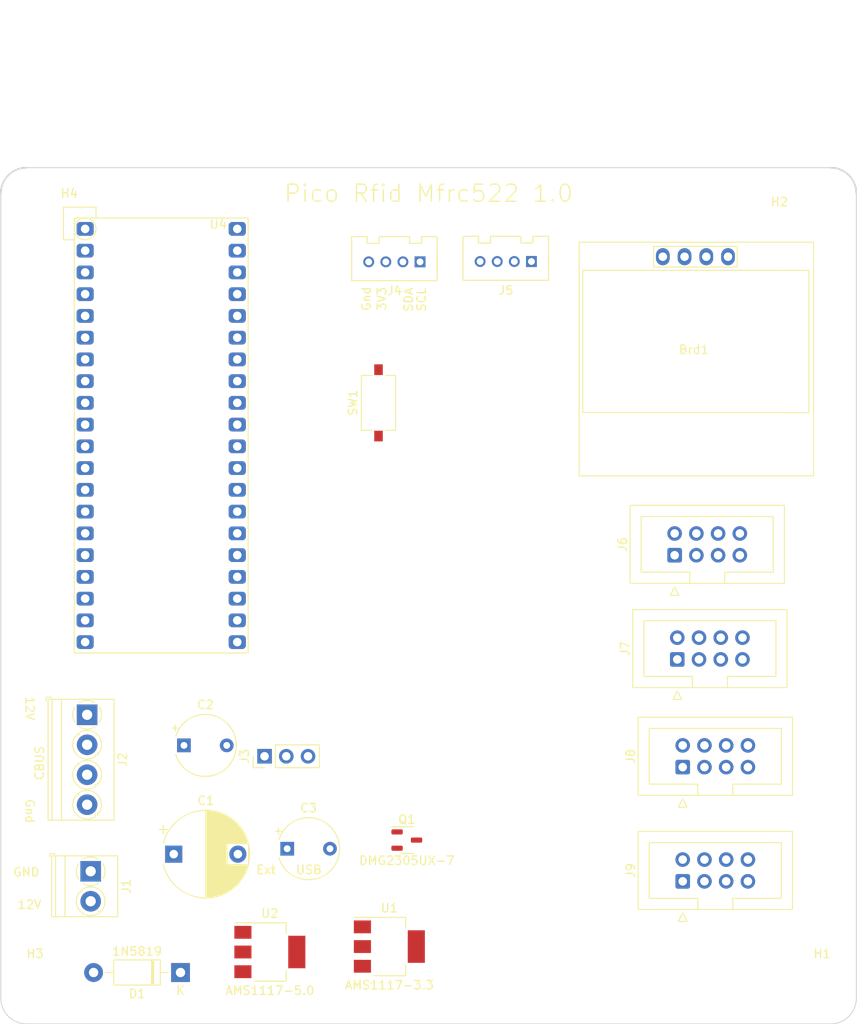
<source format=kicad_pcb>
(kicad_pcb (version 20221018) (generator pcbnew)
  (layers (0 "F.Cu" signal) (31 "B.Cu" signal) (34 "B.Paste" user) (35 "F.Paste" user) (36 "B.SilkS" user "B.Silkscreen") (37 "F.SilkS" user "F.Silkscreen") (38 "B.Mask" user) (39 "F.Mask" user) (44 "Edge.Cuts" user))
  (net 0 "")
  (net 1 "/5Vopt")
  (net 2 "/3V3")
  (net 3 "GND")
  (net 4 "/12V")
  (net 5 "/5V")
  (net 6 "Net-(D1-A)")
  (net 7 "/VBUS")
  (net 8 "/SDA")
  (net 9 "/SCL")
  (net 10 "/VSYS")
  (net 13 "/SCK")
  (net 14 "/MOSI")
  (net 15 "/MISO")
  (net 16 "/IRQ")
  (net 17 "/RST")
  (net 18 "/CSA")
  (net 19 "/CSB")
  (net 20 "/CSC")
  (net 21 "/CSD")
  (net 22 "Net-(U4-RUN)")
  (footprint "MountingHole:MountingHole_3.2mm_M3" (layer "F.Cu") (at 104 146)
    (fp_text reference "H3" (at 0 -4.2) (layer "F.SilkS"))
    (fp_text value "MountingHole" hide)
    (pad "" np_thru_hole circle (at 0 0) (size 3.2 3.2) (drill 3.2) (layers "*.Cu" "*.Mask"))
  )
  (footprint "PicoNoSwd:RaspberryPico_TH_NoSWD" (layer "F.Cu") (at 109.855 57.15)
    (fp_text reference "U4" (at 15.5575 -0.508 -180) (layer "F.SilkS"))
    (fp_text value "Pico_RaspberryPico")
    (pad "1" thru_hole roundrect (at 0 0) (size 2 1.6) (drill 1) (layers "*.Cu" "*.Mask"))
    (pad "2" thru_hole roundrect (at 0 2.54) (size 2 1.6) (drill 1) (layers "*.Cu" "*.Mask"))
    (pad "3" thru_hole roundrect (at 0 5.08) (size 2 1.6) (drill 1) (layers "*.Cu" "*.Mask") (net 3 "GND"))
    (pad "4" thru_hole roundrect (at 0 7.62) (size 2 1.6) (drill 1) (layers "*.Cu" "*.Mask"))
    (pad "5" thru_hole roundrect (at 0 10.16) (size 2 1.6) (drill 1) (layers "*.Cu" "*.Mask"))
    (pad "6" thru_hole roundrect (at 0 12.7) (size 2 1.6) (drill 1) (layers "*.Cu" "*.Mask") (net 8 "/SDA"))
    (pad "7" thru_hole roundrect (at 0 15.24) (size 2 1.6) (drill 1) (layers "*.Cu" "*.Mask") (net 9 "/SCL"))
    (pad "8" thru_hole roundrect (at 0 17.78) (size 2 1.6) (drill 1) (layers "*.Cu" "*.Mask"))
    (pad "9" thru_hole roundrect (at 0 20.32) (size 2 1.6) (drill 1) (layers "*.Cu" "*.Mask"))
    (pad "10" thru_hole roundrect (at 0 22.86) (size 2 1.6) (drill 1) (layers "*.Cu" "*.Mask"))
    (pad "11" thru_hole roundrect (at 0 25.4) (size 2 1.6) (drill 1) (layers "*.Cu" "*.Mask") (net 19 "/CSB"))
    (pad "12" thru_hole roundrect (at 0 27.94) (size 2 1.6) (drill 1) (layers "*.Cu" "*.Mask") (net 20 "/CSC"))
    (pad "13" thru_hole roundrect (at 0 30.48) (size 2 1.6) (drill 1) (layers "*.Cu" "*.Mask"))
    (pad "14" thru_hole roundrect (at 0 33.02) (size 2 1.6) (drill 1) (layers "*.Cu" "*.Mask") (net 21 "/CSD"))
    (pad "15" thru_hole roundrect (at 0 35.56) (size 2 1.6) (drill 1) (layers "*.Cu" "*.Mask"))
    (pad "16" thru_hole roundrect (at 0 38.1) (size 2 1.6) (drill 1) (layers "*.Cu" "*.Mask"))
    (pad "17" thru_hole roundrect (at 0 40.64) (size 2 1.6) (drill 1) (layers "*.Cu" "*.Mask"))
    (pad "18" thru_hole roundrect (at 0 43.18) (size 2 1.6) (drill 1) (layers "*.Cu" "*.Mask"))
    (pad "19" thru_hole roundrect (at 0 45.72) (size 2 1.6) (drill 1) (layers "*.Cu" "*.Mask"))
    (pad "20" thru_hole roundrect (at 0 48.26) (size 2 1.6) (drill 1) (layers "*.Cu" "*.Mask"))
    (pad "21" thru_hole roundrect (at 17.78 48.26) (size 2 1.6) (drill 1) (layers "*.Cu" "*.Mask") (net 14 "/MOSI"))
    (pad "22" thru_hole roundrect (at 17.78 45.72) (size 2 1.6) (drill 1) (layers "*.Cu" "*.Mask") (net 13 "/SCK"))
    (pad "23" thru_hole roundrect (at 17.78 43.18) (size 2 1.6) (drill 1) (layers "*.Cu" "*.Mask"))
    (pad "24" thru_hole roundrect (at 17.78 40.64) (size 2 1.6) (drill 1) (layers "*.Cu" "*.Mask") (net 18 "/CSA"))
    (pad "25" thru_hole roundrect (at 17.78 38.1) (size 2 1.6) (drill 1) (layers "*.Cu" "*.Mask") (net 15 "/MISO"))
    (pad "26" thru_hole roundrect (at 17.78 35.56) (size 2 1.6) (drill 1) (layers "*.Cu" "*.Mask") (net 17 "/RST"))
    (pad "27" thru_hole roundrect (at 17.78 33.02) (size 2 1.6) (drill 1) (layers "*.Cu" "*.Mask"))
    (pad "28" thru_hole roundrect (at 17.78 30.48) (size 2 1.6) (drill 1) (layers "*.Cu" "*.Mask"))
    (pad "29" thru_hole roundrect (at 17.78 27.94) (size 2 1.6) (drill 1) (layers "*.Cu" "*.Mask"))
    (pad "30" thru_hole roundrect (at 17.78 25.4) (size 2 1.6) (drill 1) (layers "*.Cu" "*.Mask") (net 22 "Net-(U4-RUN)"))
    (pad "31" thru_hole roundrect (at 17.78 22.86) (size 2 1.6) (drill 1) (layers "*.Cu" "*.Mask"))
    (pad "32" thru_hole roundrect (at 17.78 20.32) (size 2 1.6) (drill 1) (layers "*.Cu" "*.Mask"))
    (pad "33" thru_hole roundrect (at 17.78 17.78) (size 2 1.6) (drill 1) (layers "*.Cu" "*.Mask"))
    (pad "34" thru_hole roundrect (at 17.78 15.24) (size 2 1.6) (drill 1) (layers "*.Cu" "*.Mask"))
    (pad "35" thru_hole roundrect (at 17.78 12.7) (size 2 1.6) (drill 1) (layers "*.Cu" "*.Mask"))
    (pad "36" thru_hole roundrect (at 17.78 10.16) (size 2 1.6) (drill 1) (layers "*.Cu" "*.Mask"))
    (pad "37" thru_hole roundrect (at 17.78 7.62) (size 2 1.6) (drill 1) (layers "*.Cu" "*.Mask"))
    (pad "38" thru_hole roundrect (at 17.78 5.08) (size 2 1.6) (drill 1) (layers "*.Cu" "*.Mask"))
    (pad "39" thru_hole roundrect (at 17.78 2.54) (size 2 1.6) (drill 1) (layers "*.Cu" "*.Mask") (net 10 "/VSYS"))
    (pad "40" thru_hole roundrect (at 17.78 0) (size 2 1.6) (drill 1) (layers "*.Cu" "*.Mask") (net 7 "/VBUS"))
  )
  (footprint "Connector_IDC:IDC-Header_2x04_P2.54mm_Vertical" (layer "F.Cu") (at 179.705 133.35 90)
    (fp_text reference "J9" (at 1.27 -6.1 90) (layer "F.SilkS"))
    (fp_text value "IDC_D")
    (pad "1" thru_hole roundrect (at 0 0 90) (size 1.7 1.7) (drill 1) (layers "*.Cu" "*.Mask") (roundrect_rratio 0.147059) (net 21 "/CSD"))
    (pad "2" thru_hole circle (at 2.54 0 90) (size 1.7 1.7) (drill 1) (layers "*.Cu" "*.Mask") (net 13 "/SCK"))
    (pad "3" thru_hole circle (at 0 2.54 90) (size 1.7 1.7) (drill 1) (layers "*.Cu" "*.Mask") (net 14 "/MOSI"))
    (pad "4" thru_hole circle (at 2.54 2.54 90) (size 1.7 1.7) (drill 1) (layers "*.Cu" "*.Mask") (net 15 "/MISO"))
    (pad "5" thru_hole circle (at 0 5.08 90) (size 1.7 1.7) (drill 1) (layers "*.Cu" "*.Mask") (net 16 "/IRQ"))
    (pad "6" thru_hole circle (at 2.54 5.08 90) (size 1.7 1.7) (drill 1) (layers "*.Cu" "*.Mask") (net 3 "GND"))
    (pad "7" thru_hole circle (at 0 7.62 90) (size 1.7 1.7) (drill 1) (layers "*.Cu" "*.Mask") (net 17 "/RST"))
    (pad "8" thru_hole circle (at 2.54 7.62 90) (size 1.7 1.7) (drill 1) (layers "*.Cu" "*.Mask") (net 2 "/3V3"))
  )
  (footprint "Connector_PinHeader_2.54mm:PinHeader_1x03_P2.54mm_Vertical" (layer "F.Cu") (at 130.825 118.745 90)
    (fp_text reference "J3" (at 0 -2.33 90) (layer "F.SilkS"))
    (fp_text value "5V select")
    (pad "1" thru_hole rect (at 0 0 90) (size 1.7 1.7) (drill 1) (layers "*.Cu" "*.Mask") (net 5 "/5V"))
    (pad "2" thru_hole oval (at 0 2.54 90) (size 1.7 1.7) (drill 1) (layers "*.Cu" "*.Mask") (net 1 "/5Vopt"))
    (pad "3" thru_hole oval (at 0 5.08 90) (size 1.7 1.7) (drill 1) (layers "*.Cu" "*.Mask") (net 7 "/VBUS"))
  )
  (footprint "Package_TO_SOT_SMD:SOT-23-3" (layer "F.Cu") (at 147.4531 128.5327)
    (fp_text reference "Q1" (at 0 -2.4) (layer "F.SilkS"))
    (fp_text value "DMG2305UX-7" (at 0 2.4) (layer "F.SilkS"))
    (pad "1" smd roundrect (at -1.1375 -0.95) (size 1.325 0.6) (layers "F.Cu" "F.Paste" "F.Mask") (net 7 "/VBUS"))
    (pad "2" smd roundrect (at -1.1375 0.95) (size 1.325 0.6) (layers "F.Cu" "F.Paste" "F.Mask") (net 10 "/VSYS"))
    (pad "3" smd roundrect (at 1.1375 0) (size 1.325 0.6) (layers "F.Cu" "F.Paste" "F.Mask") (net 5 "/5V"))
  )
  (footprint "Diode_THT:D_DO-41_SOD81_P10.16mm_Horizontal" (layer "F.Cu") (at 121 144 180)
    (fp_text reference "D1" (at 5.08 -2.47) (layer "F.SilkS"))
    (fp_text value "1N5819" (at 5.08 2.47) (layer "F.SilkS"))
    (fp_text user "K" (at 0 -2.1) (layer "F.SilkS"))
    (pad "1" thru_hole rect (at 0 0 180) (size 2.2 2.2) (drill 1.1) (layers "*.Cu" "*.Mask") (net 4 "/12V"))
    (pad "2" thru_hole oval (at 10.16 0 180) (size 2.2 2.2) (drill 1.1) (layers "*.Cu" "*.Mask") (net 6 "Net-(D1-A)"))
  )
  (footprint "Package_TO_SOT_SMD:SOT-223-3_TabPin2" (layer "F.Cu") (at 131.445 141.605)
    (fp_text reference "U2" (at 0 -4.5) (layer "F.SilkS"))
    (fp_text value "AMS1117-5.0" (at 0 4.5) (layer "F.SilkS"))
    (pad "1" smd rect (at -3.15 -2.3) (size 2 1.5) (layers "F.Cu" "F.Paste" "F.Mask") (net 3 "GND"))
    (pad "2" smd rect (at -3.15 0) (size 2 1.5) (layers "F.Cu" "F.Paste" "F.Mask") (net 5 "/5V"))
    (pad "2" smd rect (at 3.15 0) (size 2 3.8) (layers "F.Cu" "F.Paste" "F.Mask") (net 5 "/5V"))
    (pad "3" smd rect (at -3.15 2.3) (size 2 1.5) (layers "F.Cu" "F.Paste" "F.Mask") (net 4 "/12V"))
  )
  (footprint "Seed Grove etc:HW4-2.0" (layer "F.Cu") (at 159.0218 60.96 180)
    (fp_text reference "J5" (at -0.025 -3.375) (layer "F.SilkS"))
    (fp_text value "Grove 2mm")
    (pad "1" thru_hole rect (at -2.99974 0 180) (size 1.27 1.27) (drill 0.79756) (layers "*.Cu" "*.Mask") (net 9 "/SCL"))
    (pad "2" thru_hole circle (at -0.99822 0 180) (size 1.27 1.27) (drill 0.79756) (layers "*.Cu" "*.Mask") (net 8 "/SDA"))
    (pad "3" thru_hole circle (at 0.99822 0 180) (size 1.27 1.27) (drill 0.79756) (layers "*.Cu" "*.Mask") (net 2 "/3V3"))
    (pad "4" thru_hole circle (at 2.99974 0 180) (size 1.27 1.27) (drill 0.79756) (layers "*.Cu" "*.Mask") (net 3 "GND"))
  )
  (footprint "MountingHole:MountingHole_3.2mm_M3" (layer "F.Cu") (at 104 54)
    (fp_text reference "H4" (at 4 -1) (layer "F.SilkS"))
    (fp_text value "MountingHole" hide)
    (pad "" np_thru_hole circle (at 0 0) (size 3.2 3.2) (drill 3.2) (layers "*.Cu" "*.Mask"))
  )
  (footprint "MountingHole:MountingHole_3.2mm_M3" (layer "F.Cu") (at 196 54)
    (fp_text reference "H2" (at -5 0) (layer "F.SilkS"))
    (fp_text value "MountingHole" hide)
    (pad "" np_thru_hole circle (at 0 0) (size 3.2 3.2) (drill 3.2) (layers "*.Cu" "*.Mask"))
  )
  (footprint "Connector_IDC:IDC-Header_2x04_P2.54mm_Vertical" (layer "F.Cu") (at 179.07 107.4325 90)
    (fp_text reference "J7" (at 1.27 -6.1 90) (layer "F.SilkS"))
    (fp_text value "IDC_B")
    (pad "1" thru_hole roundrect (at 0 0 90) (size 1.7 1.7) (drill 1) (layers "*.Cu" "*.Mask") (roundrect_rratio 0.147059) (net 19 "/CSB"))
    (pad "2" thru_hole circle (at 2.54 0 90) (size 1.7 1.7) (drill 1) (layers "*.Cu" "*.Mask") (net 13 "/SCK"))
    (pad "3" thru_hole circle (at 0 2.54 90) (size 1.7 1.7) (drill 1) (layers "*.Cu" "*.Mask") (net 14 "/MOSI"))
    (pad "4" thru_hole circle (at 2.54 2.54 90) (size 1.7 1.7) (drill 1) (layers "*.Cu" "*.Mask") (net 15 "/MISO"))
    (pad "5" thru_hole circle (at 0 5.08 90) (size 1.7 1.7) (drill 1) (layers "*.Cu" "*.Mask") (net 16 "/IRQ"))
    (pad "6" thru_hole circle (at 2.54 5.08 90) (size 1.7 1.7) (drill 1) (layers "*.Cu" "*.Mask") (net 3 "GND"))
    (pad "7" thru_hole circle (at 0 7.62 90) (size 1.7 1.7) (drill 1) (layers "*.Cu" "*.Mask") (net 17 "/RST"))
    (pad "8" thru_hole circle (at 2.54 7.62 90) (size 1.7 1.7) (drill 1) (layers "*.Cu" "*.Mask") (net 2 "/3V3"))
  )
  (footprint "TerminalBlock_Phoenix:TerminalBlock_Phoenix_PT-1,5-4-3.5-H_1x04_P3.50mm_Horizontal" (layer "F.Cu") (at 110.083 113.901 -90)
    (fp_text reference "J2" (at 5.25 -4.16 90) (layer "F.SilkS"))
    (fp_text value "CBUS " (at 5.25 5.56 90) (layer "F.SilkS"))
    (pad "1" thru_hole rect (at 0 0 270) (size 2.4 2.4) (drill 1.2) (layers "*.Cu" "*.Mask") (net 6 "Net-(D1-A)"))
    (pad "2" thru_hole circle (at 3.5 0 270) (size 2.4 2.4) (drill 1.2) (layers "*.Cu" "*.Mask"))
    (pad "3" thru_hole circle (at 7 0 270) (size 2.4 2.4) (drill 1.2) (layers "*.Cu" "*.Mask"))
    (pad "4" thru_hole circle (at 10.5 0 270) (size 2.4 2.4) (drill 1.2) (layers "*.Cu" "*.Mask") (net 3 "GND"))
  )
  (footprint "SSD1306:128x64OLED" (layer "F.Cu") (at 181 71)
    (fp_text reference "Brd1" (at 0 0.254) (layer "F.SilkS"))
    (fp_text value "SSD1306")
    (pad "1" thru_hole oval (at -3.62 -10.6 90) (size 2 1.6) (drill 1) (layers "*.Cu" "*.Mask") (net 3 "GND"))
    (pad "2" thru_hole oval (at -1.08 -10.6 90) (size 2 1.6) (drill 1) (layers "*.Cu" "*.Mask") (net 2 "/3V3"))
    (pad "3" thru_hole oval (at 1.46 -10.6 90) (size 2 1.6) (drill 1) (layers "*.Cu" "*.Mask") (net 9 "/SCL"))
    (pad "4" thru_hole oval (at 4 -10.6 90) (size 2 1.6) (drill 1) (layers "*.Cu" "*.Mask") (net 8 "/SDA"))
  )
  (footprint "Capacitor_THT:CP_Radial_Tantal_D7.0mm_P5.00mm" (layer "F.Cu") (at 121.4049 117.475)
    (fp_text reference "C2" (at 2.5 -4.75) (layer "F.SilkS"))
    (fp_text value "22uF")
    (pad "1" thru_hole rect (at 0 0) (size 1.6 1.6) (drill 0.8) (layers "*.Cu" "*.Mask") (net 2 "/3V3"))
    (pad "2" thru_hole circle (at 5 0) (size 1.6 1.6) (drill 0.8) (layers "*.Cu" "*.Mask") (net 3 "GND"))
  )
  (footprint "Connector_IDC:IDC-Header_2x04_P2.54mm_Vertical" (layer "F.Cu") (at 179.705 120.015 90)
    (fp_text reference "J8" (at 1.27 -6.1 90) (layer "F.SilkS"))
    (fp_text value "IDC_C")
    (pad "1" thru_hole roundrect (at 0 0 90) (size 1.7 1.7) (drill 1) (layers "*.Cu" "*.Mask") (roundrect_rratio 0.147059) (net 20 "/CSC"))
    (pad "2" thru_hole circle (at 2.54 0 90) (size 1.7 1.7) (drill 1) (layers "*.Cu" "*.Mask") (net 13 "/SCK"))
    (pad "3" thru_hole circle (at 0 2.54 90) (size 1.7 1.7) (drill 1) (layers "*.Cu" "*.Mask") (net 14 "/MOSI"))
    (pad "4" thru_hole circle (at 2.54 2.54 90) (size 1.7 1.7) (drill 1) (layers "*.Cu" "*.Mask") (net 15 "/MISO"))
    (pad "5" thru_hole circle (at 0 5.08 90) (size 1.7 1.7) (drill 1) (layers "*.Cu" "*.Mask") (net 16 "/IRQ"))
    (pad "6" thru_hole circle (at 2.54 5.08 90) (size 1.7 1.7) (drill 1) (layers "*.Cu" "*.Mask") (net 3 "GND"))
    (pad "7" thru_hole circle (at 0 7.62 90) (size 1.7 1.7) (drill 1) (layers "*.Cu" "*.Mask") (net 17 "/RST"))
    (pad "8" thru_hole circle (at 2.54 7.62 90) (size 1.7 1.7) (drill 1) (layers "*.Cu" "*.Mask") (net 2 "/3V3"))
  )
  (footprint "TerminalBlock_Phoenix:TerminalBlock_Phoenix_PT-1,5-2-3.5-H_1x02_P3.50mm_Horizontal" (layer "F.Cu") (at 110.5 132.18 -90)
    (fp_text reference "J1" (at 1.75 -4.16 -90) (layer "F.SilkS"))
    (fp_text value "12v")
    (pad "1" thru_hole rect (at 0 0 270) (size 2.4 2.4) (drill 1.2) (layers "*.Cu" "*.Mask") (net 3 "GND"))
    (pad "2" thru_hole circle (at 3.5 0 270) (size 2.4 2.4) (drill 1.2) (layers "*.Cu" "*.Mask") (net 6 "Net-(D1-A)"))
  )
  (footprint "Connector_IDC:IDC-Header_2x04_P2.54mm_Vertical" (layer "F.Cu") (at 178.76 95.265 90)
    (fp_text reference "J6" (at 1.27 -6.1 90) (layer "F.SilkS"))
    (fp_text value "IDC_A")
    (pad "1" thru_hole roundrect (at 0 0 90) (size 1.7 1.7) (drill 1) (layers "*.Cu" "*.Mask") (roundrect_rratio 0.147059) (net 18 "/CSA"))
    (pad "2" thru_hole circle (at 2.54 0 90) (size 1.7 1.7) (drill 1) (layers "*.Cu" "*.Mask") (net 13 "/SCK"))
    (pad "3" thru_hole circle (at 0 2.54 90) (size 1.7 1.7) (drill 1) (layers "*.Cu" "*.Mask") (net 14 "/MOSI"))
    (pad "4" thru_hole circle (at 2.54 2.54 90) (size 1.7 1.7) (drill 1) (layers "*.Cu" "*.Mask") (net 15 "/MISO"))
    (pad "5" thru_hole circle (at 0 5.08 90) (size 1.7 1.7) (drill 1) (layers "*.Cu" "*.Mask") (net 16 "/IRQ"))
    (pad "6" thru_hole circle (at 2.54 5.08 90) (size 1.7 1.7) (drill 1) (layers "*.Cu" "*.Mask") (net 3 "GND"))
    (pad "7" thru_hole circle (at 0 7.62 90) (size 1.7 1.7) (drill 1) (layers "*.Cu" "*.Mask") (net 17 "/RST"))
    (pad "8" thru_hole circle (at 2.54 7.62 90) (size 1.7 1.7) (drill 1) (layers "*.Cu" "*.Mask") (net 2 "/3V3"))
  )
  (footprint "MountingHole:MountingHole_3.2mm_M3" (layer "F.Cu") (at 196 146)
    (fp_text reference "H1" (at 0 -4.2) (layer "F.SilkS"))
    (fp_text value "MountingHole" hide)
    (pad "" np_thru_hole circle (at 0 0) (size 3.2 3.2) (drill 3.2) (layers "*.Cu" "*.Mask"))
  )
  (footprint "Package_TO_SOT_SMD:SOT-223-3_TabPin2" (layer "F.Cu") (at 145.415 140.97)
    (fp_text reference "U1" (at 0 -4.5) (layer "F.SilkS"))
    (fp_text value "AMS1117-3.3" (at 0 4.5) (layer "F.SilkS"))
    (pad "1" smd rect (at -3.15 -2.3) (size 2 1.5) (layers "F.Cu" "F.Paste" "F.Mask") (net 3 "GND"))
    (pad "2" smd rect (at -3.15 0) (size 2 1.5) (layers "F.Cu" "F.Paste" "F.Mask") (net 2 "/3V3"))
    (pad "2" smd rect (at 3.15 0) (size 2 3.8) (layers "F.Cu" "F.Paste" "F.Mask") (net 2 "/3V3"))
    (pad "3" smd rect (at -3.15 2.3) (size 2 1.5) (layers "F.Cu" "F.Paste" "F.Mask") (net 1 "/5Vopt"))
  )
  (footprint "Capacitor_THT:CP_Radial_D10.0mm_P7.50mm" (layer "F.Cu") (at 120.2073 130.175)
    (fp_text reference "C1" (at 3.75 -6.25) (layer "F.SilkS"))
    (fp_text value "100uF")
    (pad "1" thru_hole rect (at 0 0) (size 2 2) (drill 1) (layers "*.Cu" "*.Mask") (net 4 "/12V"))
    (pad "2" thru_hole circle (at 7.5 0) (size 2 2) (drill 1) (layers "*.Cu" "*.Mask") (net 3 "GND"))
  )
  (footprint "Capacitor_THT:CP_Radial_Tantal_D7.0mm_P5.00mm" (layer "F.Cu") (at 133.4699 129.54)
    (fp_text reference "C3" (at 2.5 -4.75) (layer "F.SilkS"))
    (fp_text value "22uF")
    (pad "1" thru_hole rect (at 0 0) (size 1.6 1.6) (drill 0.8) (layers "*.Cu" "*.Mask") (net 5 "/5V"))
    (pad "2" thru_hole circle (at 5 0) (size 1.6 1.6) (drill 0.8) (layers "*.Cu" "*.Mask") (net 3 "GND"))
  )
  (footprint "Button_Switch_SMD:SW_Tactile_SPST_NO_Straight_CK_PTS636Sx25SMTRLFS" (layer "F.Cu") (at 144.145 77.47 90)
    (fp_text reference "SW1" (at 0 -3 90 unlocked) (layer "F.SilkS"))
    (fp_text value "SW_Push")
    (pad "1" smd rect (at -3.875 0 90) (size 1.25 1) (layers "F.Cu" "F.Paste" "F.Mask") (net 3 "GND"))
    (pad "2" smd rect (at 3.875 0 90) (size 1.25 1) (layers "F.Cu" "F.Paste" "F.Mask") (net 22 "Net-(U4-RUN)"))
  )
  (footprint "OPL_Connector:HW4-2.0" (layer "F.Cu") (at 146 61 180)
    (fp_text reference "J4" (at -0.025 -3.375) (layer "F.SilkS"))
    (fp_text value "Grove 2mm")
    (pad "1" thru_hole rect (at -2.99974 0 180) (size 1.27 1.27) (drill 0.79756) (layers "*.Cu" "*.Mask") (net 9 "/SCL"))
    (pad "2" thru_hole circle (at -0.99822 0 180) (size 1.27 1.27) (drill 0.79756) (layers "*.Cu" "*.Mask") (net 8 "/SDA"))
    (pad "3" thru_hole circle (at 0.99822 0 180) (size 1.27 1.27) (drill 0.79756) (layers "*.Cu" "*.Mask") (net 2 "/3V3"))
    (pad "4" thru_hole circle (at 2.99974 0 180) (size 1.27 1.27) (drill 0.79756) (layers "*.Cu" "*.Mask") (net 3 "GND"))
  )
  (gr_line (start 200 53) (end 200 147) (stroke (width 0.1)) (layer "Edge.Cuts"))
  (gr_line (start 103 50) (end 197 50) (stroke (width 0.1)) (layer "Edge.Cuts"))
  (gr_arc (start 100 53) (mid 100.87868 50.87868) (end 103 50) (stroke (width 0.2)) (layer "Edge.Cuts"))
  (gr_line (start 100 147) (end 100 53) (stroke (width 0.1)) (layer "Edge.Cuts"))
  (gr_line (start 197 150) (end 103 150) (stroke (width 0.1)) (layer "Edge.Cuts"))
  (gr_arc (start 200 147) (mid 199.12132 149.12132) (end 197 150) (stroke (width 0.1)) (layer "Edge.Cuts"))
  (gr_arc (start 103 150) (mid 100.87868 149.12132) (end 100 147) (stroke (width 0.1)) (layer "Edge.Cuts"))
  (gr_arc (start 197 50) (mid 199.12132 50.87868) (end 200 53) (stroke (width 0.2)) (layer "Edge.Cuts"))
  (gr_text "Pico Rfid Mfrc522 1.0" (at 150 53) (layer "F.SilkS") (effects (font (size 2 2))))
  (gr_text "Gnd\n" (at 142.714313 65.315424 90) (layer "F.SilkS") (effects (font (size 1 1))))
  (gr_text "12V\n" (at 103.349473 136.073393) (layer "F.SilkS") (effects (font (size 1 1))))
  (gr_text "12V\n" (at 103.383 113.151 -90) (layer "F.SilkS") (effects (font (size 1 1))))
  (gr_text "GND" (at 102.975214 132.277341) (layer "F.SilkS") (effects (font (size 1 1))))
  (gr_text "Ext\n" (at 131 132) (layer "F.SilkS") (effects (font (size 1 1))))
  (gr_text "SCL" (at 149.167113 65.416249 90) (layer "F.SilkS") (effects (font (size 1 1))))
  (gr_text "3V3" (at 144.529162 65.315422 90) (layer "F.SilkS") (effects (font (size 1 1))))
  (gr_text "USB\n" (at 136 132) (layer "F.SilkS") (effects (font (size 1 1))))
  (gr_text "SDA" (at 147.654737 65.416247 90) (layer "F.SilkS") (effects (font (size 1 1))))
  (gr_text "Gnd\n" (at 103.383 125.151 -90) (layer "F.SilkS") (effects (font (size 1 1))))
)
</source>
